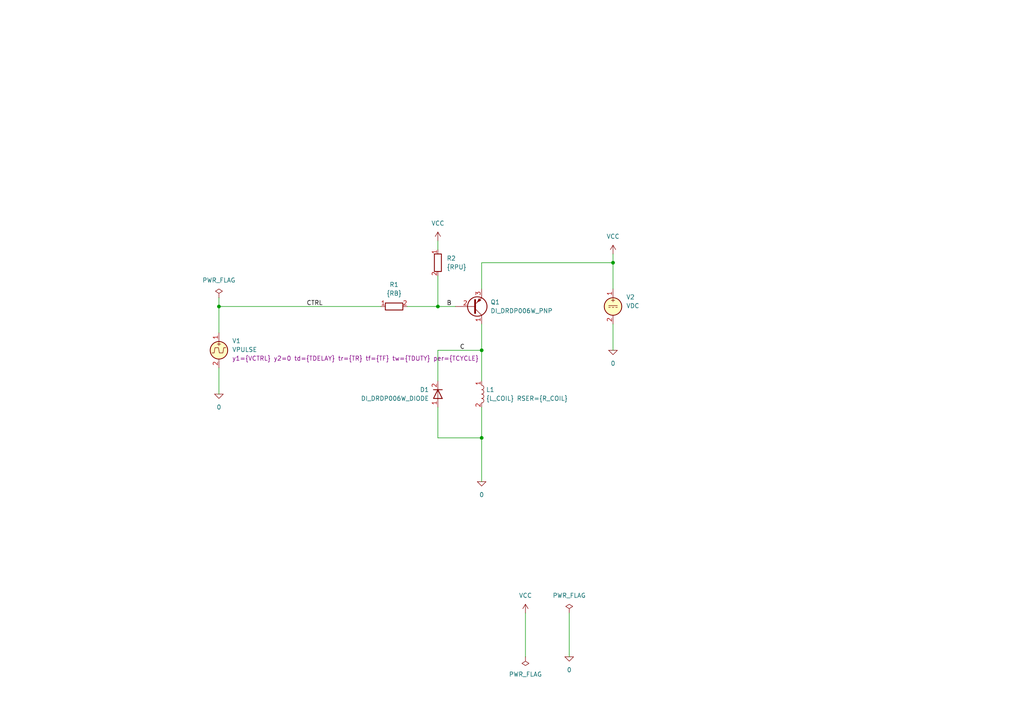
<source format=kicad_sch>
(kicad_sch (version 20211123) (generator eeschema)
  (paper "A4")
  (title_block (title "Complex array for relay drivers. PNP.") (date "2023-06-20") (rev "1") (company "astroelectronic@") (comment 1 "-") (comment 2 "-") (comment 3 "-") (comment 4 "AE01018006"))
  (lib_symbols
    (symbol "Device:L" (pin_names (offset 1.016) hide)
      (property "Reference" "L" (at -1.27 0 90))
      (property "Value" "L" (at 1.905 0 90))
      (symbol "L_0_1"
        (arc (start 0 -2.54) (mid 0.635 -1.905) (end 0 -1.27))
        (arc (start 0 -1.27) (mid 0.635 -0.635) (end 0 0))
        (arc (start 0 0) (mid 0.635 0.635) (end 0 1.27))
        (arc (start 0 1.27) (mid 0.635 1.905) (end 0 2.54))
      )
      (symbol "L_1_1"
        (pin passive line (at 0 3.81 270) (length 1.27) (name "1") (number "1"))
        (pin passive line (at 0 -3.81 90) (length 1.27) (name "2") (number "2"))
      )
    )
    (symbol "Device:Q_PNP_CBE" (pin_names (offset 0) hide)
      (property "Reference" "Q" (at 5.08 1.27 0))
      (property "Value" "Q_PNP_CBE" (at 5.08 -1.27 0))
      (symbol "Q_PNP_CBE_0_1"
        (polyline (pts (xy 0.635 0.635) (xy 2.54 2.54)))
        (polyline (pts (xy 0.635 -0.635) (xy 2.54 -2.54) (xy 2.54 -2.54)))
        (polyline (pts (xy 0.635 1.905) (xy 0.635 -1.905) (xy 0.635 -1.905)) (stroke (width 0.508)))
        (polyline (pts (xy 2.286 -1.778) (xy 1.778 -2.286) (xy 1.27 -1.27) (xy 2.286 -1.778) (xy 2.286 -1.778)) (fill (type outline)))
        (circle (center 1.27 0) (radius 2.8194) (stroke (width 0.254)))
      )
      (symbol "Q_PNP_CBE_1_1"
        (pin passive line (at 2.54 5.08 270) (length 2.54) (name "C") (number "1"))
        (pin input line (at -5.08 0 0) (length 5.715) (name "B") (number "2"))
        (pin passive line (at 2.54 -5.08 90) (length 2.54) (name "E") (number "3"))
      )
    )
    (symbol "Device:R" (pin_names (offset 0) hide)
      (property "Reference" "R" (at 2.032 0 90))
      (property "Value" "R" (at 0 0 90))
      (symbol "R_0_1"
        (rectangle (start -1.016 -2.54) (end 1.016 2.54) (stroke (width 0.254)))
      )
      (symbol "R_1_1"
        (pin passive line (at 0 3.81 270) (length 1.27) (name "~") (number "1"))
        (pin passive line (at 0 -3.81 90) (length 1.27) (name "~") (number "2"))
      )
    )
    (symbol "R_1" (pin_names (offset 0) hide)
      (property "Reference" "R" (at 2.032 0 90))
      (property "Value" "R_1" (at 0 0 90))
      (symbol "R_1_0_1"
        (rectangle (start -1.016 -2.54) (end 1.016 2.54) (stroke (width 0.254)))
      )
      (symbol "R_1_1_1"
        (pin passive line (at 0 3.81 270) (length 1.27) (name "~") (number "1"))
        (pin passive line (at 0 -3.81 90) (length 1.27) (name "~") (number "2"))
      )
    )
    (symbol "Simulation_SPICE:DIODE" (pin_names (offset 1.016) hide)
      (property "Reference" "D" (at 0 2.54 0))
      (property "Value" "DIODE" (at 0 -2.54 0))
      (symbol "DIODE_0_1"
        (polyline (pts (xy 1.27 0) (xy -1.27 0)))
        (polyline (pts (xy 1.27 1.27) (xy 1.27 -1.27)) (stroke (width 0.254)))
        (polyline (pts (xy -1.27 -1.27) (xy -1.27 1.27) (xy 1.27 0) (xy -1.27 -1.27)) (stroke (width 0.254)))
      )
      (symbol "DIODE_1_1"
        (pin passive line (at -3.81 0 0) (length 2.54) (name "A") (number "1"))
        (pin passive line (at 3.81 0 180) (length 2.54) (name "K") (number "2"))
      )
    )
    (symbol "Simulation_SPICE:VDC" (pin_names (offset 0.0254) hide)
      (property "Reference" "V" (at 2.54 2.54 0))
      (property "Value" "VDC" (at 2.54 0 0))
      (property "Spice_Model" "dc(1)" (at 2.54 -2.54 0))
      (symbol "VDC_0_0"
        (polyline (pts (xy -1.27 0.254) (xy 1.27 0.254)))
        (polyline (pts (xy -0.762 -0.254) (xy -1.27 -0.254)))
        (polyline (pts (xy 0.254 -0.254) (xy -0.254 -0.254)))
        (polyline (pts (xy 1.27 -0.254) (xy 0.762 -0.254)))
        (text "+" (at 0 1.905 0) (effects (font (size 1.27 1.27))))
      )
      (symbol "VDC_0_1"
        (circle (center 0 0) (radius 2.54) (stroke (width 0.254)) (fill (type background)))
      )
      (symbol "VDC_1_1"
        (pin passive line (at 0 5.08 270) (length 2.54) (name "~") (number "1"))
        (pin passive line (at 0 -5.08 90) (length 2.54) (name "~") (number "2"))
      )
    )
    (symbol "Simulation_SPICE:VPULSE" (pin_names (offset 0.0254) hide)
      (property "Reference" "V" (at 2.54 2.54 0))
      (property "Value" "VPULSE" (at 2.54 0 0))
      (property "Spice_Model" "pulse(0 1 2n 2n 2n 50n 100n)" (at 2.54 -2.54 0))
      (symbol "VPULSE_0_0"
        (polyline (pts (xy -2.032 -0.762) (xy -1.397 -0.762) (xy -1.143 0.762) (xy -0.127 0.762) (xy 0.127 -0.762) (xy 1.143 -0.762) (xy 1.397 0.762) (xy 2.032 0.762)))
        (text "+" (at 0 1.905 0) (effects (font (size 1.27 1.27))))
      )
      (symbol "VPULSE_0_1"
        (circle (center 0 0) (radius 2.54) (stroke (width 0.254)) (fill (type background)))
      )
      (symbol "VPULSE_1_1"
        (pin passive line (at 0 5.08 270) (length 2.54) (name "~") (number "1"))
        (pin passive line (at 0 -5.08 90) (length 2.54) (name "~") (number "2"))
      )
    )
    (symbol "power:PWR_FLAG" (power) (pin_numbers hide) (pin_names (offset 0) hide)
      (property "Value" "PWR_FLAG" (at 0 3.81 0))
      (symbol "PWR_FLAG_0_0"
        (pin power_out line (at 0 0 90) (length 0) (name "pwr") (number "1"))
      )
      (symbol "PWR_FLAG_0_1"
        (polyline (pts (xy 0 0) (xy 0 1.27) (xy -1.016 1.905) (xy 0 2.54) (xy 1.016 1.905) (xy 0 1.27)))
      )
    )
    (symbol "power:VCC" (power) (pin_names (offset 0))
      (property "Value" "VCC" (at 0 3.81 0))
      (symbol "VCC_0_1"
        (polyline (pts (xy -0.762 1.27) (xy 0 2.54)))
        (polyline (pts (xy 0 0) (xy 0 2.54)))
        (polyline (pts (xy 0 2.54) (xy 0.762 1.27)))
      )
      (symbol "VCC_1_1"
        (pin power_in line (at 0 0 90) (length 0) hide (name "VCC") (number "1"))
      )
    )
    (symbol "pspice:0" (power) (pin_names (offset 0))
      (property "Value" "0" (at 0 -1.778 0))
      (symbol "0_0_1"
        (polyline (pts (xy -1.27 0) (xy 0 -1.27) (xy 1.27 0) (xy -1.27 0)))
      )
      (symbol "0_1_1"
        (pin power_in line (at 0 0 0) (length 0) hide (name "0") (number "1"))
      )
    )
  )
  (junction (at 127 88.9))
  (junction (at 177.8 76.2))
  (junction (at 139.7 127))
  (junction (at 139.7 101.6))
  (junction (at 63.5 88.9))
  (wire (pts (xy 139.7 76.2) (xy 177.8 76.2)))
  (wire (pts (xy 127 69.85) (xy 127 72.39)))
  (wire (pts (xy 127 127) (xy 139.7 127)))
  (wire (pts (xy 63.5 88.9) (xy 110.49 88.9)))
  (wire (pts (xy 139.7 101.6) (xy 139.7 110.49)))
  (wire (pts (xy 177.8 73.66) (xy 177.8 76.2)))
  (wire (pts (xy 177.8 93.98) (xy 177.8 101.6)))
  (wire (pts (xy 127 110.49) (xy 127 101.6)))
  (wire (pts (xy 127 101.6) (xy 139.7 101.6)))
  (wire (pts (xy 63.5 106.68) (xy 63.5 114.3)))
  (wire (pts (xy 165.1 177.8) (xy 165.1 190.5)))
  (wire (pts (xy 139.7 127) (xy 139.7 139.7)))
  (wire (pts (xy 127 88.9) (xy 132.08 88.9)))
  (wire (pts (xy 127 80.01) (xy 127 88.9)))
  (wire (pts (xy 63.5 96.52) (xy 63.5 88.9)))
  (wire (pts (xy 139.7 118.11) (xy 139.7 127)))
  (wire (pts (xy 139.7 93.98) (xy 139.7 101.6)))
  (wire (pts (xy 63.5 86.36) (xy 63.5 88.9)))
  (wire (pts (xy 127 118.11) (xy 127 127)))
  (wire (pts (xy 139.7 76.2) (xy 139.7 83.82)))
  (wire (pts (xy 177.8 76.2) (xy 177.8 83.82)))
  (wire (pts (xy 118.11 88.9) (xy 127 88.9)))
  (wire (pts (xy 152.4 177.8) (xy 152.4 190.5)))
  (label "CTRL" (at 88.9 88.9 0))
  (label "C" (at 133.35 101.6 0))
  (label "B" (at 129.54 88.9 0))
  (symbol (lib_id "Device:R") (at 127 76.2 0) (unit 1)
    (property "Reference" "R2" (at 129.54 74.9299 0) (effects (justify left)))
    (property "Value" "{RPU}" (at 129.54 77.4699 0) (effects (justify left)))
  )
  (symbol (lib_id "power:VCC") (at 177.8 73.66 0) (unit 1)
    (property "Reference" "#PWR02" (effects hide))
    (property "Value" "VCC" (at 177.8 68.58 0))
  )
  (symbol (lib_id "pspice:0") (at 165.1 190.5 0) (unit 1)
    (property "Reference" "#GND05" (effects hide))
    (property "Value" "0" (at 165.1 194.31 0))
  )
  (symbol (lib_id "power:VCC") (at 127 69.85 0) (unit 1)
    (property "Reference" "#PWR0101" (effects hide))
    (property "Value" "VCC" (at 127 64.77 0))
  )
  (symbol (lib_id "power:PWR_FLAG") (at 165.1 177.8 0) (unit 1)
    (property "Reference" "#FLG03" (effects hide))
    (property "Value" "PWR_FLAG" (at 165.1 172.72 0))
  )
  (symbol (lib_id "pspice:0") (at 177.8 101.6 0) (unit 1)
    (property "Reference" "#GND02" (effects hide))
    (property "Value" "0" (at 177.8 105.41 0))
  )
  (symbol (lib_id "power:PWR_FLAG") (at 63.5 86.36 0) (unit 1)
    (property "Reference" "#FLG01" (effects hide))
    (property "Value" "PWR_FLAG" (at 63.5 81.28 0))
  )
  (symbol (lib_id "power:VCC") (at 152.4 177.8 0) (unit 1)
    (property "Reference" "#PWR03" (effects hide))
    (property "Value" "VCC" (at 152.4 172.72 0))
  )
  (symbol (lib_id "Simulation_SPICE:VPULSE") (at 63.5 101.6 0) (unit 1)
    (property "Reference" "V1" (at 67.31 98.8701 0) (effects (justify left)))
    (property "Value" "VPULSE" (at 67.31 101.4101 0) (effects (justify left)))
    (property "Spice_Netlist_Enabled" "Y" (effects hide))
    (property "Spice_Primitive" "V" (effects hide))
    (property "Spice_Model" "PULSE({VCTRL} 0 {TDELAY} {TR} {TF} {TDUTY} {TCYCLE})" (at 67.31 103.9501 0) (effects (justify left)))
  )
  (symbol (lib_id "pspice:0") (at 63.5 114.3 0) (unit 1)
    (property "Reference" "#GND01" (effects hide))
    (property "Value" "0" (at 63.5 118.11 0))
  )
  (symbol (lib_id "Device:L") (at 139.7 114.3 0) (unit 1)
    (property "Reference" "L1" (at 140.97 113.0299 0) (effects (justify left)))
    (property "Value" "{L_COIL} RSER={R_COIL}" (at 140.97 115.5699 0) (effects (justify left)))
  )
  (symbol (lib_id "power:PWR_FLAG") (at 152.4 190.5 180) (unit 1)
    (property "Reference" "#FLG02" (effects hide))
    (property "Value" "PWR_FLAG" (at 152.4 195.58 0))
  )
  (symbol (lib_name "R_1") (lib_id "Device:R") (at 114.3 88.9 90) (unit 1)
    (property "Reference" "R1" (at 114.3 82.55 90))
    (property "Value" "{RB}" (at 114.3 85.09 90))
  )
  (symbol (lib_id "pspice:0") (at 139.7 139.7 0) (unit 1)
    (property "Reference" "#GND04" (effects hide))
    (property "Value" "0" (at 139.7 143.51 0))
  )
  (symbol (lib_id "Simulation_SPICE:DIODE") (at 127 114.3 90) (unit 1)
    (property "Reference" "D1" (at 124.46 113.0299 90) (effects (justify left)))
    (property "Value" "DI_DRDP006W_DIODE" (at 124.46 115.5699 90) (effects (justify left)))
    (property "Spice_Netlist_Enabled" "Y" (effects hide))
    (property "Spice_Primitive" "D" (effects hide))
    (property "Spice_Model" "DI_DRDP006W_DIODE" (effects hide))
    (property "Spice_Lib_File" "models/DRDP006W.spice.txt" (effects hide))
  )
  (symbol (lib_id "Simulation_SPICE:VDC") (at 177.8 88.9 0) (unit 1)
    (property "Reference" "V2" (at 181.61 86.1701 0) (effects (justify left)))
    (property "Value" "VDC" (at 181.61 88.7101 0) (effects (justify left)))
    (property "Spice_Netlist_Enabled" "Y" (effects hide))
    (property "Spice_Primitive" "V" (effects hide))
    (property "Spice_Model" "{VSOURCE} rser=50" (at 181.61 91.2501 0) (effects (justify left)))
  )
  (symbol (lib_id "Device:Q_PNP_CBE") (at 137.16 88.9 0) (mirror x) (unit 1)
    (property "Reference" "Q1" (at 142.24 87.6299 0) (effects (justify left)))
    (property "Value" "DI_DRDP006W_PNP" (at 142.24 90.1699 0) (effects (justify left)))
    (property "Spice_Primitive" "Q" (effects hide))
    (property "Spice_Model" "DI_DRDP006W_PNP" (effects hide))
    (property "Spice_Netlist_Enabled" "Y" (effects hide))
    (property "Spice_Lib_File" "models/DRDP006W.spice.txt" (effects hide))
  )
)
</source>
